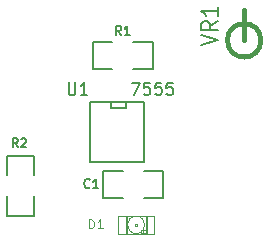
<source format=gto>
G04 (created by PCBNEW (2013-05-31 BZR 4019)-stable) date 10/6/2013 10:31:21 PM*
%MOIN*%
G04 Gerber Fmt 3.4, Leading zero omitted, Abs format*
%FSLAX34Y34*%
G01*
G70*
G90*
G04 APERTURE LIST*
%ADD10C,0.00590551*%
%ADD11C,0.005*%
%ADD12C,0.015*%
%ADD13C,0.0026*%
%ADD14C,0.004*%
%ADD15C,0.008*%
%ADD16C,0.0035*%
G04 APERTURE END LIST*
G54D10*
G54D11*
X29700Y-28400D02*
X29700Y-30400D01*
X29700Y-30400D02*
X27900Y-30400D01*
X27900Y-30400D02*
X27900Y-28400D01*
X27900Y-28400D02*
X29700Y-28400D01*
X29100Y-28400D02*
X29100Y-28600D01*
X29100Y-28600D02*
X28600Y-28600D01*
X28600Y-28600D02*
X28600Y-28400D01*
X28350Y-30700D02*
X28350Y-31600D01*
X28350Y-31600D02*
X29000Y-31600D01*
X29700Y-30700D02*
X30350Y-30700D01*
X30350Y-30700D02*
X30350Y-31600D01*
X30350Y-31600D02*
X29700Y-31600D01*
X29000Y-30700D02*
X28350Y-30700D01*
X30000Y-27300D02*
X30000Y-26400D01*
X30000Y-26400D02*
X29350Y-26400D01*
X28650Y-27300D02*
X28000Y-27300D01*
X28000Y-27300D02*
X28000Y-26400D01*
X28000Y-26400D02*
X28650Y-26400D01*
X29350Y-27300D02*
X30000Y-27300D01*
X26050Y-30200D02*
X25150Y-30200D01*
X25150Y-30200D02*
X25150Y-30850D01*
X26050Y-31550D02*
X26050Y-32200D01*
X26050Y-32200D02*
X25150Y-32200D01*
X25150Y-32200D02*
X25150Y-31550D01*
X26050Y-30850D02*
X26050Y-30200D01*
G54D12*
X33050Y-26350D02*
X33050Y-25350D01*
X33609Y-26350D02*
G75*
G03X33609Y-26350I-559J0D01*
G74*
G01*
G54D13*
X29411Y-32539D02*
X29489Y-32539D01*
X29489Y-32539D02*
X29489Y-32461D01*
X29411Y-32461D02*
X29489Y-32461D01*
X29411Y-32539D02*
X29411Y-32461D01*
X29627Y-32775D02*
X29764Y-32775D01*
X29764Y-32775D02*
X29764Y-32677D01*
X29627Y-32677D02*
X29764Y-32677D01*
X29627Y-32775D02*
X29627Y-32677D01*
X29764Y-32775D02*
X29804Y-32775D01*
X29804Y-32775D02*
X29804Y-32304D01*
X29764Y-32304D02*
X29804Y-32304D01*
X29764Y-32775D02*
X29764Y-32304D01*
X29764Y-32284D02*
X29804Y-32284D01*
X29804Y-32284D02*
X29804Y-32225D01*
X29764Y-32225D02*
X29804Y-32225D01*
X29764Y-32284D02*
X29764Y-32225D01*
X29096Y-32775D02*
X29136Y-32775D01*
X29136Y-32775D02*
X29136Y-32304D01*
X29096Y-32304D02*
X29136Y-32304D01*
X29096Y-32775D02*
X29096Y-32304D01*
X29096Y-32284D02*
X29136Y-32284D01*
X29136Y-32284D02*
X29136Y-32225D01*
X29096Y-32225D02*
X29136Y-32225D01*
X29096Y-32284D02*
X29096Y-32225D01*
X29627Y-32775D02*
X29686Y-32775D01*
X29686Y-32775D02*
X29686Y-32677D01*
X29627Y-32677D02*
X29686Y-32677D01*
X29627Y-32775D02*
X29627Y-32677D01*
G54D14*
X30060Y-32795D02*
X28840Y-32795D01*
X28840Y-32795D02*
X28840Y-32205D01*
X28840Y-32205D02*
X30060Y-32205D01*
X30060Y-32205D02*
X30060Y-32795D01*
X29234Y-32696D02*
G75*
G03X29666Y-32695I215J196D01*
G74*
G01*
X29234Y-32303D02*
G75*
G03X29233Y-32695I215J-196D01*
G74*
G01*
X29665Y-32303D02*
G75*
G03X29233Y-32304I-215J-196D01*
G74*
G01*
X29665Y-32696D02*
G75*
G03X29666Y-32304I-215J196D01*
G74*
G01*
G54D11*
X27195Y-27732D02*
X27195Y-28096D01*
X27214Y-28139D01*
X27233Y-28160D01*
X27271Y-28182D01*
X27347Y-28182D01*
X27385Y-28160D01*
X27404Y-28139D01*
X27423Y-28096D01*
X27423Y-27732D01*
X27823Y-28182D02*
X27595Y-28182D01*
X27709Y-28182D02*
X27709Y-27732D01*
X27671Y-27796D01*
X27633Y-27839D01*
X27595Y-27860D01*
X29295Y-27761D02*
X29561Y-27761D01*
X29390Y-28161D01*
X29904Y-27761D02*
X29714Y-27761D01*
X29695Y-27952D01*
X29714Y-27933D01*
X29752Y-27914D01*
X29847Y-27914D01*
X29885Y-27933D01*
X29904Y-27952D01*
X29923Y-27990D01*
X29923Y-28085D01*
X29904Y-28123D01*
X29885Y-28142D01*
X29847Y-28161D01*
X29752Y-28161D01*
X29714Y-28142D01*
X29695Y-28123D01*
X30285Y-27761D02*
X30095Y-27761D01*
X30076Y-27952D01*
X30095Y-27933D01*
X30133Y-27914D01*
X30228Y-27914D01*
X30266Y-27933D01*
X30285Y-27952D01*
X30304Y-27990D01*
X30304Y-28085D01*
X30285Y-28123D01*
X30266Y-28142D01*
X30228Y-28161D01*
X30133Y-28161D01*
X30095Y-28142D01*
X30076Y-28123D01*
X30666Y-27761D02*
X30476Y-27761D01*
X30457Y-27952D01*
X30476Y-27933D01*
X30514Y-27914D01*
X30609Y-27914D01*
X30647Y-27933D01*
X30666Y-27952D01*
X30685Y-27990D01*
X30685Y-28085D01*
X30666Y-28123D01*
X30647Y-28142D01*
X30609Y-28161D01*
X30514Y-28161D01*
X30476Y-28142D01*
X30457Y-28123D01*
X27900Y-31242D02*
X27885Y-31257D01*
X27842Y-31271D01*
X27814Y-31271D01*
X27771Y-31257D01*
X27742Y-31228D01*
X27728Y-31200D01*
X27714Y-31142D01*
X27714Y-31100D01*
X27728Y-31042D01*
X27742Y-31014D01*
X27771Y-30985D01*
X27814Y-30971D01*
X27842Y-30971D01*
X27885Y-30985D01*
X27900Y-31000D01*
X28185Y-31271D02*
X28014Y-31271D01*
X28100Y-31271D02*
X28100Y-30971D01*
X28071Y-31014D01*
X28042Y-31042D01*
X28014Y-31057D01*
X28950Y-26171D02*
X28850Y-26028D01*
X28778Y-26171D02*
X28778Y-25871D01*
X28892Y-25871D01*
X28921Y-25885D01*
X28935Y-25900D01*
X28950Y-25928D01*
X28950Y-25971D01*
X28935Y-26000D01*
X28921Y-26014D01*
X28892Y-26028D01*
X28778Y-26028D01*
X29235Y-26171D02*
X29064Y-26171D01*
X29150Y-26171D02*
X29150Y-25871D01*
X29121Y-25914D01*
X29092Y-25942D01*
X29064Y-25957D01*
X25500Y-29921D02*
X25400Y-29778D01*
X25328Y-29921D02*
X25328Y-29621D01*
X25442Y-29621D01*
X25471Y-29635D01*
X25485Y-29650D01*
X25500Y-29678D01*
X25500Y-29721D01*
X25485Y-29750D01*
X25471Y-29764D01*
X25442Y-29778D01*
X25328Y-29778D01*
X25614Y-29650D02*
X25628Y-29635D01*
X25657Y-29621D01*
X25728Y-29621D01*
X25757Y-29635D01*
X25771Y-29650D01*
X25785Y-29678D01*
X25785Y-29707D01*
X25771Y-29750D01*
X25600Y-29921D01*
X25785Y-29921D01*
G54D15*
X31622Y-26504D02*
X32172Y-26338D01*
X31622Y-26171D01*
X32172Y-25719D02*
X31910Y-25885D01*
X32172Y-26004D02*
X31622Y-26004D01*
X31622Y-25814D01*
X31648Y-25766D01*
X31675Y-25742D01*
X31727Y-25719D01*
X31805Y-25719D01*
X31858Y-25742D01*
X31884Y-25766D01*
X31910Y-25814D01*
X31910Y-26004D01*
X32172Y-25242D02*
X32172Y-25528D01*
X32172Y-25385D02*
X31622Y-25385D01*
X31701Y-25433D01*
X31753Y-25480D01*
X31779Y-25528D01*
G54D16*
X27878Y-32621D02*
X27878Y-32321D01*
X27950Y-32321D01*
X27992Y-32335D01*
X28021Y-32364D01*
X28035Y-32392D01*
X28050Y-32450D01*
X28050Y-32492D01*
X28035Y-32550D01*
X28021Y-32578D01*
X27992Y-32607D01*
X27950Y-32621D01*
X27878Y-32621D01*
X28335Y-32621D02*
X28164Y-32621D01*
X28250Y-32621D02*
X28250Y-32321D01*
X28221Y-32364D01*
X28192Y-32392D01*
X28164Y-32407D01*
M02*

</source>
